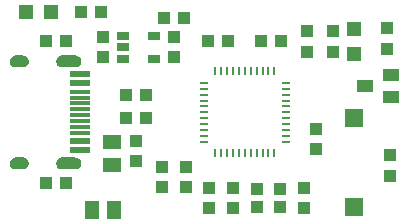
<source format=gtp>
G04 EAGLE Gerber RS-274X export*
G75*
%MOMM*%
%FSLAX34Y34*%
%LPD*%
%INSolderpaste Top*%
%IPPOS*%
%AMOC8*
5,1,8,0,0,1.08239X$1,22.5*%
G01*
%ADD10R,0.800000X0.250000*%
%ADD11R,0.250000X0.800000*%
%ADD12R,1.000000X1.100000*%
%ADD13R,1.100000X1.000000*%
%ADD14R,1.200000X1.200000*%
%ADD15R,1.700000X0.300000*%
%ADD16R,1.700000X0.600000*%
%ADD17R,1.300000X1.500000*%
%ADD18R,1.086800X0.986800*%
%ADD19R,1.500000X1.500000*%
%ADD20R,1.500000X1.300000*%
%ADD21R,0.990000X0.690000*%
%ADD22R,1.400000X1.000000*%

G36*
X61805Y51754D02*
X61805Y51754D01*
X61808Y51751D01*
X62903Y51931D01*
X62909Y51937D01*
X62914Y51934D01*
X63942Y52353D01*
X63946Y52360D01*
X63951Y52358D01*
X64860Y52996D01*
X64863Y53003D01*
X64868Y53003D01*
X65612Y53826D01*
X65613Y53834D01*
X65619Y53835D01*
X66161Y54803D01*
X66160Y54812D01*
X66166Y54814D01*
X66479Y55878D01*
X66476Y55886D01*
X66481Y55889D01*
X66549Y56997D01*
X66545Y57004D01*
X66549Y57007D01*
X66379Y58115D01*
X66373Y58121D01*
X66376Y58126D01*
X65964Y59168D01*
X65957Y59172D01*
X65959Y59177D01*
X65325Y60102D01*
X65317Y60104D01*
X65318Y60110D01*
X64495Y60870D01*
X64486Y60871D01*
X64486Y60877D01*
X63514Y61434D01*
X63506Y61433D01*
X63504Y61439D01*
X62432Y61766D01*
X62424Y61763D01*
X62421Y61768D01*
X61304Y61849D01*
X61301Y61848D01*
X61300Y61849D01*
X49300Y61849D01*
X49297Y61847D01*
X49290Y61847D01*
X49289Y61848D01*
X48345Y61629D01*
X48339Y61623D01*
X48334Y61625D01*
X47462Y61202D01*
X47459Y61194D01*
X47453Y61196D01*
X46697Y60589D01*
X46695Y60581D01*
X46689Y60581D01*
X46088Y59821D01*
X46088Y59812D01*
X46082Y59811D01*
X45664Y58936D01*
X45666Y58928D01*
X45661Y58926D01*
X45449Y57980D01*
X45452Y57973D01*
X45447Y57969D01*
X45451Y57000D01*
X45451Y56999D01*
X45470Y55931D01*
X45475Y55924D01*
X45471Y55920D01*
X45727Y54883D01*
X45734Y54878D01*
X45731Y54872D01*
X46212Y53918D01*
X46219Y53915D01*
X46218Y53909D01*
X46899Y53086D01*
X46907Y53084D01*
X46907Y53078D01*
X47754Y52427D01*
X47762Y52427D01*
X47763Y52421D01*
X48734Y51974D01*
X48742Y51976D01*
X48744Y51971D01*
X49790Y51752D01*
X49797Y51755D01*
X49800Y51751D01*
X61800Y51751D01*
X61805Y51754D01*
G37*
G36*
X61805Y138155D02*
X61805Y138155D01*
X61808Y138151D01*
X62914Y138344D01*
X62919Y138349D01*
X62919Y138350D01*
X62924Y138347D01*
X63959Y138780D01*
X63963Y138787D01*
X63968Y138785D01*
X64881Y139438D01*
X64883Y139446D01*
X64889Y139445D01*
X65633Y140284D01*
X65634Y140293D01*
X65639Y140293D01*
X66178Y141277D01*
X66177Y141285D01*
X66178Y141286D01*
X66182Y141287D01*
X66183Y141289D01*
X66365Y141930D01*
X66489Y142366D01*
X66487Y142371D01*
X66489Y142373D01*
X66487Y142375D01*
X66491Y142377D01*
X66549Y143497D01*
X66546Y143502D01*
X66549Y143506D01*
X66431Y144551D01*
X66425Y144557D01*
X66429Y144562D01*
X66081Y145556D01*
X66074Y145560D01*
X66076Y145565D01*
X65516Y146457D01*
X65509Y146460D01*
X65509Y146465D01*
X64765Y147209D01*
X64757Y147211D01*
X64757Y147216D01*
X63865Y147776D01*
X63857Y147776D01*
X63856Y147781D01*
X62862Y148129D01*
X62854Y148126D01*
X62851Y148131D01*
X61806Y148249D01*
X61802Y148247D01*
X61800Y148249D01*
X49800Y148249D01*
X49797Y148247D01*
X49794Y148247D01*
X49792Y148249D01*
X48796Y148091D01*
X48790Y148085D01*
X48785Y148088D01*
X47849Y147713D01*
X47845Y147706D01*
X47839Y147708D01*
X47010Y147134D01*
X47007Y147126D01*
X47002Y147127D01*
X46321Y146383D01*
X46320Y146374D01*
X46314Y146374D01*
X45816Y145497D01*
X45817Y145489D01*
X45812Y145486D01*
X45624Y144862D01*
X45521Y144521D01*
X45522Y144518D01*
X45521Y144517D01*
X45524Y144513D01*
X45519Y144510D01*
X45451Y143503D01*
X45452Y143501D01*
X45451Y143500D01*
X45460Y142419D01*
X45465Y142412D01*
X45461Y142408D01*
X45711Y141356D01*
X45717Y141351D01*
X45714Y141346D01*
X46191Y140376D01*
X46199Y140373D01*
X46197Y140367D01*
X46878Y139528D01*
X46886Y139526D01*
X46886Y139520D01*
X47737Y138854D01*
X47745Y138853D01*
X47746Y138848D01*
X48723Y138387D01*
X48731Y138389D01*
X48734Y138384D01*
X49789Y138152D01*
X49797Y138155D01*
X49800Y138151D01*
X61800Y138151D01*
X61805Y138155D01*
G37*
G36*
X17004Y51754D02*
X17004Y51754D01*
X17006Y51751D01*
X18139Y51901D01*
X18145Y51907D01*
X18150Y51904D01*
X19220Y52302D01*
X19224Y52309D01*
X19230Y52307D01*
X20185Y52934D01*
X20188Y52942D01*
X20193Y52941D01*
X20985Y53764D01*
X20986Y53772D01*
X20992Y53773D01*
X21581Y54752D01*
X21580Y54760D01*
X21585Y54762D01*
X21941Y55847D01*
X21939Y55855D01*
X21943Y55858D01*
X22049Y56995D01*
X22044Y57004D01*
X22048Y57009D01*
X21841Y58146D01*
X21835Y58152D01*
X21838Y58157D01*
X21383Y59219D01*
X21376Y59223D01*
X21378Y59229D01*
X20698Y60164D01*
X20690Y60166D01*
X20691Y60172D01*
X19820Y60932D01*
X19812Y60932D01*
X19811Y60938D01*
X18792Y61485D01*
X18784Y61484D01*
X18782Y61489D01*
X17668Y61796D01*
X17660Y61793D01*
X17657Y61798D01*
X16502Y61849D01*
X16501Y61848D01*
X16500Y61849D01*
X10500Y61849D01*
X10497Y61847D01*
X10492Y61847D01*
X10491Y61848D01*
X9410Y61636D01*
X9405Y61630D01*
X9400Y61633D01*
X8394Y61186D01*
X8390Y61179D01*
X8384Y61181D01*
X7503Y60521D01*
X7500Y60513D01*
X7495Y60513D01*
X6782Y59674D01*
X6782Y59666D01*
X6776Y59665D01*
X6268Y58688D01*
X6269Y58680D01*
X6264Y58678D01*
X5986Y57613D01*
X5989Y57605D01*
X5985Y57602D01*
X5951Y56502D01*
X5955Y56496D01*
X5951Y56493D01*
X6106Y55418D01*
X6112Y55412D01*
X6109Y55407D01*
X6499Y54393D01*
X6506Y54389D01*
X6505Y54383D01*
X7111Y53481D01*
X7119Y53479D01*
X7118Y53473D01*
X7910Y52729D01*
X7918Y52728D01*
X7918Y52722D01*
X8856Y52173D01*
X8864Y52174D01*
X8866Y52168D01*
X9902Y51841D01*
X9910Y51844D01*
X9913Y51839D01*
X10996Y51751D01*
X10999Y51753D01*
X11000Y51751D01*
X17000Y51751D01*
X17004Y51754D01*
G37*
G36*
X17003Y138153D02*
X17003Y138153D01*
X17005Y138151D01*
X18097Y138252D01*
X18103Y138257D01*
X18108Y138254D01*
X19151Y138595D01*
X19156Y138602D01*
X19161Y138600D01*
X20102Y139164D01*
X20105Y139172D01*
X20111Y139171D01*
X20903Y139931D01*
X20904Y139939D01*
X20910Y139940D01*
X21513Y140857D01*
X21512Y140865D01*
X21518Y140867D01*
X21901Y141895D01*
X21899Y141903D01*
X21904Y141906D01*
X22049Y142994D01*
X22045Y143001D01*
X22049Y143005D01*
X21943Y144142D01*
X21938Y144148D01*
X21941Y144153D01*
X21585Y145238D01*
X21578Y145243D01*
X21581Y145248D01*
X20992Y146227D01*
X20984Y146230D01*
X20985Y146236D01*
X20193Y147059D01*
X20185Y147060D01*
X20185Y147066D01*
X19230Y147693D01*
X19222Y147692D01*
X19220Y147698D01*
X18150Y148096D01*
X18142Y148094D01*
X18139Y148099D01*
X17006Y148249D01*
X17003Y148247D01*
X17002Y148247D01*
X17000Y148249D01*
X11000Y148249D01*
X10997Y148247D01*
X10995Y148247D01*
X10994Y148249D01*
X9861Y148099D01*
X9855Y148093D01*
X9850Y148096D01*
X8780Y147698D01*
X8776Y147691D01*
X8770Y147693D01*
X7815Y147066D01*
X7812Y147058D01*
X7807Y147059D01*
X7015Y146236D01*
X7014Y146228D01*
X7008Y146227D01*
X6419Y145248D01*
X6420Y145240D01*
X6415Y145238D01*
X6059Y144153D01*
X6062Y144145D01*
X6057Y144142D01*
X5951Y143005D01*
X5955Y142998D01*
X5951Y142994D01*
X6096Y141906D01*
X6102Y141900D01*
X6099Y141895D01*
X6483Y140867D01*
X6489Y140862D01*
X6488Y140857D01*
X7090Y139940D01*
X7098Y139937D01*
X7097Y139931D01*
X7889Y139171D01*
X7897Y139170D01*
X7898Y139164D01*
X8839Y138600D01*
X8847Y138601D01*
X8849Y138595D01*
X9892Y138254D01*
X9900Y138256D01*
X9903Y138252D01*
X10996Y138151D01*
X10998Y138153D01*
X11000Y138151D01*
X17000Y138151D01*
X17003Y138153D01*
G37*
D10*
X170250Y125000D03*
X170250Y120000D03*
X170250Y115000D03*
X170250Y110000D03*
X170250Y105000D03*
X170250Y100000D03*
X170250Y95000D03*
X170250Y90000D03*
X170250Y85000D03*
X170250Y80000D03*
X170250Y75000D03*
D11*
X180000Y65250D03*
X185000Y65250D03*
X190000Y65250D03*
X195000Y65250D03*
X200000Y65250D03*
X205000Y65250D03*
X210000Y65250D03*
X215000Y65250D03*
X220000Y65250D03*
X225000Y65250D03*
X230000Y65250D03*
D10*
X239750Y75000D03*
X239750Y80000D03*
X239750Y85000D03*
X239750Y90000D03*
X239750Y95000D03*
X239750Y100000D03*
X239750Y105000D03*
X239750Y110000D03*
X239750Y115000D03*
X239750Y120000D03*
X239750Y125000D03*
D11*
X230000Y134750D03*
X225000Y134750D03*
X220000Y134750D03*
X215000Y134750D03*
X210000Y134750D03*
X205000Y134750D03*
X200000Y134750D03*
X195000Y134750D03*
X190000Y134750D03*
X185000Y134750D03*
X180000Y134750D03*
D12*
X112500Y76000D03*
X112500Y59000D03*
X104000Y95000D03*
X121000Y95000D03*
X104000Y115000D03*
X121000Y115000D03*
X175000Y36000D03*
X175000Y19000D03*
D13*
X174000Y160000D03*
X191000Y160000D03*
D12*
X265000Y86000D03*
X265000Y69000D03*
D13*
X236000Y160000D03*
X219000Y160000D03*
D12*
X327500Y46500D03*
X327500Y63500D03*
D13*
X280000Y151500D03*
X280000Y168500D03*
D14*
X297500Y170500D03*
X297500Y149500D03*
D15*
X65100Y92500D03*
X65100Y97500D03*
D16*
X65100Y67750D03*
X65100Y75500D03*
D15*
X65100Y82500D03*
X65100Y87500D03*
X65100Y107500D03*
X65100Y102500D03*
D16*
X65100Y132250D03*
X65100Y124500D03*
D15*
X65100Y117500D03*
X65100Y112500D03*
D17*
X94500Y17500D03*
X75500Y17500D03*
D13*
X153500Y180000D03*
X136500Y180000D03*
D12*
X145000Y163500D03*
X145000Y146500D03*
X85000Y163500D03*
X85000Y146500D03*
X53500Y40000D03*
X36500Y40000D03*
X53500Y160000D03*
X36500Y160000D03*
D13*
X257500Y151500D03*
X257500Y168500D03*
X135000Y53500D03*
X135000Y36500D03*
D12*
X155000Y53500D03*
X155000Y36500D03*
D14*
X19500Y185000D03*
X40500Y185000D03*
D12*
X83500Y185000D03*
X66500Y185000D03*
X195000Y36000D03*
X195000Y19000D03*
X255000Y36000D03*
X255000Y19000D03*
D18*
X234625Y35125D03*
X215375Y35125D03*
X215375Y19875D03*
X234625Y19875D03*
D13*
X325000Y171000D03*
X325000Y154000D03*
D19*
X297500Y95000D03*
X297500Y20000D03*
D20*
X92500Y75000D03*
X92500Y55000D03*
D21*
X102100Y164500D03*
X102100Y155000D03*
X102100Y145500D03*
X128000Y145500D03*
X128000Y164500D03*
D22*
X306500Y122500D03*
X328500Y132000D03*
X328500Y113000D03*
M02*

</source>
